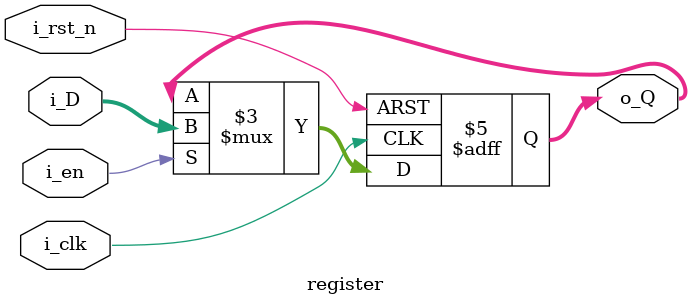
<source format=v>
module register #(parameter WIDTH=8, RST_DATA=0) (input i_clk, i_rst_n, i_en,
		input [WIDTH-1:0] i_D,
		output reg [WIDTH-1:0] o_Q);


always @(posedge i_clk, negedge i_rst_n)
begin
	if (!i_rst_n)
		o_Q <= RST_DATA;
	else begin
		if (i_en)
			o_Q <= i_D;
	end

end

endmodule

</source>
